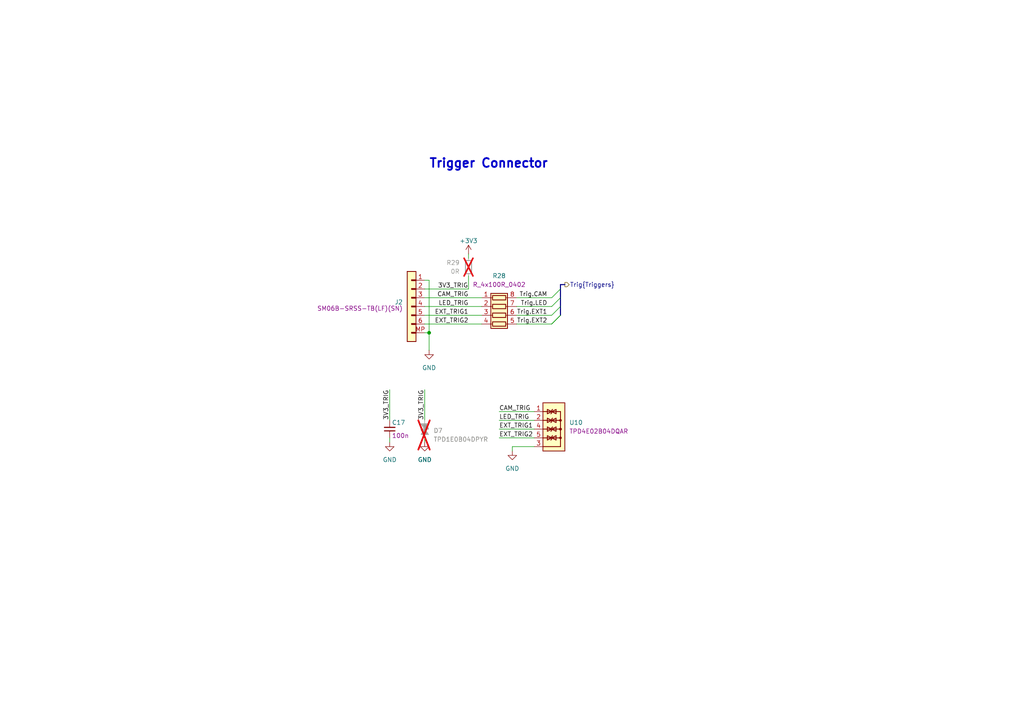
<source format=kicad_sch>
(kicad_sch (version 20250114) (generator "eeschema") (generator_version "9.0")
  (paper "A4")
  (title_block (title "LED Panel Board") (date "2025-01-31") (rev "1.0.0"))
  (lib_symbols
    (symbol "antmicroCapacitors0402:C_100n_0402" (pin_numbers (hide yes)) (pin_names (hide yes))
      (property "Reference" "C" (at 20.32 -5.08 0))
      (property "Val" "100n" (at 20.32 -7.62 0))
      (symbol "C_100n_0402_0_1"
        (polyline (pts (xy 2.032 -1.524) (xy 2.032 1.524)) (stroke (width 0.3048)))
        (polyline (pts (xy 3.048 -1.524) (xy 3.048 1.524)) (stroke (width 0.3302)))
      )
      (symbol "C_100n_0402_1_1"
        (pin passive line (at 0 0 0) (length 2.032) (name "~") (number "1"))
        (pin passive line (at 5.08 0 180) (length 2.032) (name "~") (number "2"))
      )
    )
    (symbol "antmicroResistorNetworksArrays:R_4x100R_0402_array" (pin_names (hide yes))
      (property "Reference" "R" (at 26.67 -2.54 0))
      (property "Val" "R_4x100R_0402" (at 26.67 -7.62 0))
      (symbol "R_4x100R_0402_array_0_1"
        (polyline (pts (xy 2.54 0) (xy 3.175 0)))
        (polyline (pts (xy 2.54 -2.54) (xy 3.175 -2.54)))
        (polyline (pts (xy 2.54 -5.08) (xy 3.175 -5.08)))
        (polyline (pts (xy 2.54 -7.62) (xy 3.175 -7.62)))
        (rectangle (start 2.667 1.27) (end 7.493 -8.89) (stroke (width 0.254)) (fill (type background)))
        (rectangle (start 6.985 0.635) (end 3.175 -0.635) (stroke (width 0.254)))
        (polyline (pts (xy 6.985 0) (xy 7.62 0)))
        (rectangle (start 6.985 -1.905) (end 3.175 -3.175) (stroke (width 0.254)))
        (polyline (pts (xy 6.985 -2.54) (xy 7.62 -2.54)))
        (rectangle (start 6.985 -4.445) (end 3.175 -5.715) (stroke (width 0.254)))
        (polyline (pts (xy 6.985 -5.08) (xy 7.62 -5.08)))
        (rectangle (start 6.985 -6.985) (end 3.175 -8.255) (stroke (width 0.254)))
        (polyline (pts (xy 6.985 -7.62) (xy 7.62 -7.62)))
      )
      (symbol "R_4x100R_0402_array_1_1"
        (pin passive line (at 0 0 0) (length 2.54) (name "R1.1") (number "1"))
        (pin passive line (at 0 -2.54 0) (length 2.54) (name "R2.1") (number "2"))
        (pin passive line (at 0 -5.08 0) (length 2.54) (name "R3.1") (number "3"))
        (pin passive line (at 0 -7.62 0) (length 2.54) (name "R4.1") (number "4"))
        (pin passive line (at 10.16 0 180) (length 2.54) (name "R1.2") (number "8"))
        (pin passive line (at 10.16 -2.54 180) (length 2.54) (name "R2.2") (number "7"))
        (pin passive line (at 10.16 -5.08 180) (length 2.54) (name "R3.2") (number "6"))
        (pin passive line (at 10.16 -7.62 180) (length 2.54) (name "R4.2") (number "5"))
      )
    )
    (symbol "antmicroResistors0402:R_0R_0402" (pin_numbers (hide yes)) (pin_names (hide yes))
      (property "Reference" "R" (at 20.32 -5.08 0))
      (property "Val" "0R" (at 20.32 -7.62 0))
      (symbol "R_0R_0402_0_1"
        (rectangle (start 0.635 0.889) (end 4.445 -0.889) (stroke (width 0.254)))
      )
      (symbol "R_0R_0402_1_1"
        (pin passive line (at 0 0 0) (length 0.635) (name "~") (number "1"))
        (pin passive line (at 5.08 0 180) (length 0.635) (name "~") (number "2"))
      )
    )
    (symbol "antmicroTVSDiodes:TPD1E0B04_XDFN-2" (pin_numbers (hide yes)) (pin_names (hide yes))
      (property "Reference" "D" (at 15.24 0 0))
      (property "MPN" "TPD1E0B04DPYR" (at 15.24 -2.54 0))
      (symbol "TPD1E0B04_XDFN-2_0_0"
        (text "" (at 7.62 -1.27 0) (effects (font (size 1.27 1.27))))
      )
      (symbol "TPD1E0B04_XDFN-2_0_1"
        (polyline (pts (xy 0.635 0) (xy 4.445 0)))
      )
      (symbol "TPD1E0B04_XDFN-2_1_1"
        (polyline (pts (xy 1.016 -1.016) (xy 1.016 1.016) (xy 2.54 0) (xy 1.016 -1.016)) (stroke (width 0.254)) (fill (type outline)))
        (polyline (pts (xy 2.54 1.016) (xy 2.159 1.016)) (stroke (width 0.254)))
        (polyline (pts (xy 2.54 1.016) (xy 2.54 -1.016)) (stroke (width 0.254)))
        (polyline (pts (xy 2.921 -1.016) (xy 2.54 -1.016)) (stroke (width 0.254)))
        (polyline (pts (xy 4.064 1.016) (xy 4.064 -1.016) (xy 2.54 0) (xy 4.064 1.016)) (stroke (width 0.254)) (fill (type outline)))
        (pin passive line (at 0 0 0) (length 0.635) (name "C") (number "1"))
        (pin passive line (at 5.08 0 180) (length 0.635) (name "A") (number "2"))
      )
    )
    (symbol "antmicroTVSDiodes:TPD4E02B04DQA"
      (property "Reference" "U" (at 12.7 0 0))
      (property "MPN" "TPD4E02B04DQAR" (at 12.7 -2.54 0))
      (symbol "TPD4E02B04DQA_1_1"
        (rectangle (start 2.54 2.54) (end 8.89 -11.43) (stroke (width 0.254)) (fill (type background)))
        (polyline (pts (xy 2.54 0) (xy 7.62 0)) (stroke (width 0.254)) (fill (type background)))
        (polyline (pts (xy 2.54 -2.54) (xy 7.62 -2.54)) (stroke (width 0.254)) (fill (type background)))
        (polyline (pts (xy 2.54 -5.08) (xy 7.62 -5.08)) (stroke (width 0.254)) (fill (type background)))
        (polyline (pts (xy 2.54 -7.62) (xy 7.62 -7.62)) (stroke (width 0.254)) (fill (type background)))
        (polyline (pts (xy 4.826 -0.635) (xy 5.08 -0.381) (xy 5.08 0.381) (xy 5.334 0.635)) (stroke (width 0.254)) (fill (type background)))
        (polyline (pts (xy 4.826 -3.175) (xy 5.08 -2.921) (xy 5.08 -2.159) (xy 5.334 -1.905)) (stroke (width 0.254)) (fill (type background)))
        (polyline (pts (xy 4.826 -5.715) (xy 5.08 -5.461) (xy 5.08 -4.699) (xy 5.334 -4.445)) (stroke (width 0.254)) (fill (type background)))
        (polyline (pts (xy 4.826 -8.255) (xy 5.08 -8.001) (xy 5.08 -7.239) (xy 5.334 -6.985)) (stroke (width 0.254)) (fill (type background)))
        (polyline (pts (xy 5.08 0) (xy 3.81 -0.635) (xy 3.81 0.635) (xy 5.08 0)) (stroke (width 0.254)) (fill (type background)))
        (polyline (pts (xy 5.08 0) (xy 6.35 -0.635) (xy 6.35 0.635) (xy 5.08 0)) (stroke (width 0.254)) (fill (type background)))
        (polyline (pts (xy 5.08 -2.54) (xy 3.81 -3.175) (xy 3.81 -1.905) (xy 5.08 -2.54)) (stroke (width 0.254)) (fill (type background)))
        (polyline (pts (xy 5.08 -2.54) (xy 6.35 -3.175) (xy 6.35 -1.905) (xy 5.08 -2.54)) (stroke (width 0.254)) (fill (type background)))
        (polyline (pts (xy 5.08 -5.08) (xy 3.81 -5.715) (xy 3.81 -4.445) (xy 5.08 -5.08)) (stroke (width 0.254)) (fill (type background)))
        (polyline (pts (xy 5.08 -5.08) (xy 6.35 -4.445) (xy 6.35 -5.715) (xy 5.08 -5.08)) (stroke (width 0.254)) (fill (type background)))
        (polyline (pts (xy 5.08 -7.62) (xy 3.81 -8.255) (xy 3.81 -6.985) (xy 5.08 -7.62)) (stroke (width 0.254)) (fill (type background)))
        (polyline (pts (xy 6.35 -6.985) (xy 6.35 -8.255) (xy 5.08 -7.62) (xy 6.35 -6.985)) (stroke (width 0.254)) (fill (type background)))
        (polyline (pts (xy 7.62 0) (xy 7.62 -10.16)) (stroke (width 0.254)) (fill (type background)))
        (circle (center 7.62 -2.54) (radius 0.254) (stroke (width 0.254)) (fill (type background)))
        (circle (center 7.62 -5.08) (radius 0.254) (stroke (width 0.254)) (fill (type background)))
        (circle (center 7.62 -5.08) (radius 0.254) (stroke (width 0.254)) (fill (type background)))
        (circle (center 7.62 -7.62) (radius 0.254) (stroke (width 0.254)) (fill (type background)))
        (polyline (pts (xy 7.62 -10.16) (xy 2.54 -10.16)) (stroke (width 0.254)) (fill (type background)))
        (pin passive line (at 0 0 0) (length 2.54) (name "~") (number "1"))
        (pin passive line (at 0 0 0) (length 2.54) (hide yes) (name "~") (number "10"))
        (pin passive line (at 0 -2.54 0) (length 2.54) (name "~") (number "2"))
        (pin passive line (at 0 -2.54 0) (length 2.54) (hide yes) (name "~") (number "9"))
        (pin passive line (at 0 -5.08 0) (length 2.54) (name "~") (number "4"))
        (pin passive line (at 0 -5.08 0) (length 2.54) (hide yes) (name "~") (number "7"))
        (pin passive line (at 0 -7.62 0) (length 2.54) (name "~") (number "5"))
        (pin passive line (at 0 -7.62 0) (length 2.54) (hide yes) (name "~") (number "6"))
        (pin power_in line (at 0 -10.16 0) (length 2.54) (name "~") (number "3"))
        (pin passive line (at 0 -10.16 0) (length 2.54) (hide yes) (name "~") (number "8"))
      )
    )
    (symbol "antmicroWire2BoardConnectors:JST_SH_1x6_SM06B-SRSS-TB-LF-SN"
      (property "Reference" "J" (at 26.67 -2.54 0))
      (property "MPN" "SM06B-SRSS-TB(LF)(SN)" (at 26.67 -5.08 0))
      (symbol "JST_SH_1x6_SM06B-SRSS-TB-LF-SN_1_1"
        (rectangle (start 2.54 2.54) (end 5.08 -17.78) (stroke (width 0.254)) (fill (type background)))
        (rectangle (start 2.54 0.127) (end 3.81 -0.127) (stroke (width 0.254)) (fill (type background)))
        (rectangle (start 2.54 -2.413) (end 3.81 -2.667) (stroke (width 0.254)) (fill (type background)))
        (rectangle (start 2.54 -4.953) (end 3.81 -5.207) (stroke (width 0.254)) (fill (type background)))
        (rectangle (start 2.54 -7.493) (end 3.81 -7.747) (stroke (width 0.254)) (fill (type background)))
        (rectangle (start 2.54 -10.033) (end 3.81 -10.287) (stroke (width 0.254)) (fill (type background)))
        (rectangle (start 2.54 -12.573) (end 3.81 -12.827) (stroke (width 0.254)) (fill (type background)))
        (rectangle (start 2.54 -15.113) (end 3.81 -15.367) (stroke (width 0.254)) (fill (type background)))
        (pin passive line (at 0 0 0) (length 2.54) (name "~") (number "1"))
        (pin passive line (at 0 -2.54 0) (length 2.54) (name "~") (number "2"))
        (pin passive line (at 0 -5.08 0) (length 2.54) (name "~") (number "3"))
        (pin passive line (at 0 -7.62 0) (length 2.54) (name "~") (number "4"))
        (pin passive line (at 0 -10.16 0) (length 2.54) (name "~") (number "5"))
        (pin passive line (at 0 -12.7 0) (length 2.54) (name "~") (number "6"))
        (pin passive line (at 0 -15.24 0) (length 2.54) (name "~") (number "MP"))
      )
    )
    (symbol "antmicropower:+3V3" (power) (pin_numbers (hide yes)) (pin_names (hide yes))
      (property "Value" "+3V3" (at -3.175 2.54 0))
      (symbol "+3V3_0_1"
        (polyline (pts (xy 0 2.54) (xy -0.762 1.27)))
        (polyline (pts (xy 0 2.54) (xy 0.762 1.27)))
        (polyline (pts (xy 0 0) (xy 0 2.54)))
      )
      (symbol "+3V3_1_1"
        (pin power_in line (at 0 0 90) (length 0) (hide yes) (name "+3V3") (number "1"))
      )
    )
    (symbol "antmicropower:GND" (power) (pin_numbers (hide yes)) (pin_names (hide yes))
      (property "Value" "GND" (at 8.89 -5.08 0))
      (symbol "GND_1_1"
        (polyline (pts (xy 0 0) (xy 0 -1.27) (xy 1.27 -1.27) (xy 0 -2.54) (xy -1.27 -1.27) (xy 0 -1.27)))
        (pin power_in line (at 0 0 270) (length 0) (name "GND") (number "1"))
      )
    )
  )
  (text "Trigger Connector" (at 141.732 47.498 0) (effects (font (size 2.54 2.54) (thickness 0.508) (bold yes))))
  (junction (at 124.46 96.52))
  (bus_entry (at 162.56 91.44) (size -2.54 2.54))
  (bus_entry (at 162.56 88.9) (size -2.54 2.54))
  (bus_entry (at 162.56 86.36) (size -2.54 2.54))
  (bus_entry (at 162.56 91.44) (size -2.54 2.54))
  (bus_entry (at 162.56 83.82) (size -2.54 2.54))
  (wire (pts (xy 113.03 113.03) (xy 113.03 121.92)))
  (bus (pts (xy 162.56 83.82) (xy 162.56 82.55)))
  (wire (pts (xy 160.02 93.98) (xy 149.86 93.98)))
  (wire (pts (xy 144.78 119.38) (xy 154.94 119.38)))
  (wire (pts (xy 123.19 81.28) (xy 124.46 81.28)))
  (wire (pts (xy 144.78 121.92) (xy 154.94 121.92)))
  (bus (pts (xy 162.56 82.55) (xy 163.83 82.55)))
  (wire (pts (xy 124.46 96.52) (xy 123.19 96.52)))
  (bus (pts (xy 162.56 88.9) (xy 162.56 86.36)))
  (wire (pts (xy 139.7 86.36) (xy 123.19 86.36)))
  (wire (pts (xy 160.02 88.9) (xy 149.86 88.9)))
  (wire (pts (xy 160.02 91.44) (xy 149.86 91.44)))
  (wire (pts (xy 160.02 86.36) (xy 149.86 86.36)))
  (bus (pts (xy 162.56 91.44) (xy 162.56 88.9)))
  (wire (pts (xy 154.94 129.54) (xy 148.59 129.54)))
  (wire (pts (xy 139.7 88.9) (xy 123.19 88.9)))
  (wire (pts (xy 113.03 127) (xy 113.03 128.27)))
  (wire (pts (xy 139.7 91.44) (xy 123.19 91.44)))
  (wire (pts (xy 124.46 96.52) (xy 124.46 101.6)))
  (wire (pts (xy 123.19 113.03) (xy 123.19 121.92)))
  (bus (pts (xy 162.56 86.36) (xy 162.56 83.82)))
  (wire (pts (xy 144.78 127) (xy 154.94 127)))
  (wire (pts (xy 135.89 80.01) (xy 135.89 83.82)))
  (wire (pts (xy 124.46 81.28) (xy 124.46 96.52)))
  (wire (pts (xy 123.19 128.27) (xy 123.19 127)))
  (wire (pts (xy 123.19 83.82) (xy 135.89 83.82)))
  (wire (pts (xy 139.7 93.98) (xy 123.19 93.98)))
  (wire (pts (xy 144.78 124.46) (xy 154.94 124.46)))
  (wire (pts (xy 135.89 74.93) (xy 135.89 73.66)))
  (wire (pts (xy 148.59 129.54) (xy 148.59 130.81)))
  (label "CAM_TRIG" (at 135.89 86.36 180))
  (label "LED_TRIG" (at 144.78 121.92 0))
  (label "3V3_TRIG" (at 127 83.82 0))
  (label "CAM_TRIG" (at 144.78 119.38 0))
  (label "Trig.EXT1" (at 158.75 91.44 180))
  (label "EXT_TRIG1" (at 144.78 124.46 0))
  (label "Trig.LED" (at 158.75 88.9 180))
  (label "EXT_TRIG1" (at 135.89 91.44 180))
  (label "LED_TRIG" (at 135.89 88.9 180))
  (label "3V3_TRIG" (at 123.19 113.03 270))
  (label "EXT_TRIG2" (at 144.78 127 0))
  (label "EXT_TRIG2" (at 135.89 93.98 180))
  (label "3V3_TRIG" (at 113.03 113.03 270))
  (label "Trig.EXT2" (at 158.75 93.98 180))
  (label "Trig.CAM" (at 158.75 86.36 180))
  (hierarchical_label "Trig{Triggers}" (shape output) (at 163.83 82.55 0))
  (symbol (lib_id "antmicropower:GND") (at 113.03 128.27 0) (unit 1)
    (property "Reference" "#PWR038" (effects (hide yes)))
    (property "Value" "GND" (at 113.03 133.35 0))
    (property "Author" "Antmicro" (effects (hide yes)))
    (property "License" "Apache-2.0" (effects (hide yes)))
    (instances (project "led-panel" (path "" (reference "#PWR039") (unit 1)) (path "" (reference "#PWR038") (unit 1))))
  )
  (symbol (lib_id "antmicropower:GND") (at 148.59 130.81 0) (unit 1)
    (property "Reference" "#PWR074" (effects (hide yes)))
    (property "Value" "GND" (at 148.59 135.89 0))
    (property "Author" "Antmicro" (effects (hide yes)))
    (property "License" "Apache-2.0" (effects (hide yes)))
    (instances (project "led-panel" (path "" (reference "#PWR0102") (unit 1)) (path "" (reference "#PWR074") (unit 1))))
  )
  (symbol (lib_id "antmicroWire2BoardConnectors:JST_SH_1x6_SM06B-SRSS-TB-LF-SN") (at 123.19 81.28 0) (mirror y) (unit 1)
    (property "Reference" "J1" (at 116.84 87.63 0) (effects (justify left)))
    (property "Value" "JST_SH_1x6_SM06B-SRSS-TB-LF-SN" (effects (hide yes)))
    (property "Footprint" "antmicro-footprints:Conn_JST_SH_1x6_SM06B-SRSS-TB-LF-SN" (effects (hide yes)))
    (property "Datasheet" "https://www.jst-mfg.com/product/pdf/eng/eSH.pdf" (effects (hide yes)))
    (property "Description" "Pin Header, Right Angle, Wire-to-Board, 1 mm, 1 Rows, 6 Contacts, Surface Mount Right Angle, SR" (effects (hide yes)))
    (property "MPN" "SM06B-SRSS-TB(LF)(SN)" (at 116.84 90.17 0) (effects (justify left bottom)))
    (property "Manufacturer" "JST Automotive Connectors" (effects (hide yes)))
    (property "Author" "Antmicro" (effects (hide yes)))
    (property "License" "Apache-2.0" (effects (hide yes)))
    (instances (project "led-panel" (path "" (reference "J2") (unit 1)) (path "" (reference "J1") (unit 1))))
  )
  (symbol (lib_id "antmicroTVSDiodes:TPD1E0B04_XDFN-2") (at 123.19 121.92 270) (unit 1) (in_bom no) (dnp yes)
    (property "Reference" "D5" (at 125.73 124.8966 90) (effects (justify left)))
    (property "Value" "TPD1E0B04_XDFN-2" (effects (hide yes)))
    (property "Footprint" "antmicro-footprints:XDFN-2_1x0.60mm" (effects (hide yes)))
    (property "Datasheet" "https://www.ti.com/general/docs/suppproductinfo.tsp?distId=26&gotoUrl=https://www.ti.com/lit/gpn/tpd1e0b04" (effects (hide yes)))
    (property "Description" "Bidirectional TVS, 8 kV,  XDFN-2, 3.6 V, 0.18 pF" (effects (hide yes)))
    (property "MPN" "TPD1E0B04DPYR" (at 125.73 127.4366 90) (effects (justify left)))
    (property "Manufacturer" "Texas Instruments" (effects (hide yes)))
    (property "Author" "Antmicro" (effects (hide yes)))
    (property "License" "Apache-2.0" (effects (hide yes)))
    (instances (project "led-panel" (path "" (reference "D7") (unit 1)) (path "" (reference "D5") (unit 1))))
  )
  (symbol (lib_id "antmicropower:GND") (at 123.19 128.27 0) (unit 1)
    (property "Reference" "#PWR076" (effects (hide yes)))
    (property "Value" "GND" (at 123.19 133.35 0))
    (property "Author" "Antmicro" (effects (hide yes)))
    (property "License" "Apache-2.0" (effects (hide yes)))
    (instances (project "led-panel" (path "" (reference "#PWR0104") (unit 1)) (path "" (reference "#PWR076") (unit 1))))
  )
  (symbol (lib_id "antmicroCapacitors0402:C_100n_0402") (at 113.03 127 90) (unit 1)
    (property "Reference" "C16" (at 113.665 122.555 90) (effects (justify right)))
    (property "Value" "C_100n_0402" (effects (hide yes)))
    (property "Footprint" "antmicro-footprints:C_0402_1005Metric" (effects (hide yes)))
    (property "Datasheet" "https://www.murata.com/products/productdetail?partno=GRM155R61H104KE14%23" (effects (hide yes)))
    (property "Description" "SMD Multilayer Ceramic Capacitor, 0.1 µF, 50 V, 0402 [1005 Metric], ± 10%, X5R, GRM Series" (effects (hide yes)))
    (property "MPN" "GRM155R61H104KE14D" (effects (hide yes)))
    (property "Val" "100n" (at 113.665 126.365 90) (effects (justify right)))
    (property "Voltage" "50V" (effects (hide yes)))
    (property "Dielectric" "X5R" (effects (hide yes)))
    (property "Manufacturer" "Murata" (effects (hide yes)))
    (property "License" "Apache-2.0" (effects (hide yes)))
    (property "Author" "Antmicro" (effects (hide yes)))
    (instances (project "led-panel" (path "" (reference "C17") (unit 1)) (path "" (reference "C16") (unit 1))))
  )
  (symbol (lib_id "antmicroResistors0402:R_0R_0402") (at 135.89 80.01 270) (mirror x) (unit 1) (in_bom no) (dnp yes)
    (property "Reference" "R20" (at 133.35 76.2 90) (effects (justify right)))
    (property "Value" "R_0R_0402" (effects (hide yes)))
    (property "Footprint" "antmicro-footprints:R_0402_1005Metric" (effects (hide yes)))
    (property "Datasheet" "https://industrial.panasonic.com/cdbs/www-data/pdf/RDA0000/AOA0000C301.pdf" (effects (hide yes)))
    (property "Description" "SMD Chip Resistor, Jumper, 0 ohm, 100 mW, 0402 [1005 Metric], Thick Film, General Purpose" (effects (hide yes)))
    (property "MPN" "ERJ2GE0R00X" (effects (hide yes)))
    (property "Manufacturer" "Panasonic" (effects (hide yes)))
    (property "License" "Apache-2.0" (effects (hide yes)))
    (property "Author" "Antmicro" (effects (hide yes)))
    (property "Val" "0R" (at 133.35 78.74 90) (effects (justify right)))
    (property "Current" "1A" (effects (hide yes)))
    (instances (project "led-panel" (path "" (reference "R29") (unit 1)) (path "" (reference "R20") (unit 1))))
  )
  (symbol (lib_id "antmicroTVSDiodes:TPD4E02B04DQA") (at 154.94 119.38 0) (unit 1)
    (property "Reference" "U7" (at 165.1 122.555 0) (effects (justify left)))
    (property "Value" "TPD4E02B04DQA" (effects (hide yes)))
    (property "Footprint" "antmicro-footprints:USON-10_2.5x1mm_P0.5mm" (effects (hide yes)))
    (property "Datasheet" "http://www.ti.com/lit/ds/symlink/tpd4e02b04.pdf" (effects (hide yes)))
    (property "Description" "TVS diode array, 12 kV, USON-10, 3.6 V, 0.33 pF" (effects (hide yes)))
    (property "MPN" "TPD4E02B04DQAR" (at 165.1 125.095 0) (effects (justify left)))
    (property "Manufacturer" "Texas Instruments" (effects (hide yes)))
    (property "Author" "Antmicro" (effects (hide yes)))
    (property "License" "Apache-2.0" (effects (hide yes)))
    (instances (project "led-panel" (path "" (reference "U10") (unit 1)) (path "" (reference "U7") (unit 1))))
  )
  (symbol (lib_id "antmicropower:+3V3") (at 135.89 73.66 0) (mirror y) (unit 1)
    (property "Reference" "#PWR077" (effects (hide yes)))
    (property "Value" "+3V3" (at 135.89 69.85 0))
    (property "Author" "Antmicro" (effects (hide yes)))
    (property "License" "Apache-2.0" (effects (hide yes)))
    (instances (project "led-panel" (path "" (reference "#PWR0105") (unit 1)) (path "" (reference "#PWR077") (unit 1))))
  )
  (symbol (lib_id "antmicroResistorNetworksArrays:R_4x100R_0402_array") (at 139.7 86.36 0) (unit 1)
    (property "Reference" "R19" (at 144.78 80.01 0))
    (property "Value" "R_4x100R_0402_array" (effects (hide yes)))
    (property "Footprint" "antmicro-footprints:R_Array_4x0402_Panasonic_EXB28V" (effects (hide yes)))
    (property "Datasheet" "http://industrial.panasonic.com/cdbs/www-data/pdf/AOC0000/AOC0000C14.pdf" (effects (hide yes)))
    (property "Description" "Fixed Network Resistor, 100 ohm, Isolated, 4 Resistors, 0804 [2010 Metric], Convex, ± 5%" (effects (hide yes)))
    (property "MPN" "EXB-28V101JX" (effects (hide yes)))
    (property "Manufacturer" "Panasonic" (effects (hide yes)))
    (property "Author" "Antmicro" (effects (hide yes)))
    (property "License" "Apache-2.0" (effects (hide yes)))
    (property "Val" "R_4x100R_0402" (at 144.78 82.55 0))
    (instances (project "led-panel" (path "" (reference "R28") (unit 1)) (path "" (reference "R19") (unit 1))))
  )
  (symbol (lib_id "antmicropower:GND") (at 124.46 101.6 0) (mirror y) (unit 1)
    (property "Reference" "#PWR078" (effects (hide yes)))
    (property "Value" "GND" (at 124.46 106.68 0))
    (property "Author" "Antmicro" (effects (hide yes)))
    (property "License" "Apache-2.0" (effects (hide yes)))
    (instances (project "led-panel" (path "" (reference "#PWR0106") (unit 1)) (path "" (reference "#PWR078") (unit 1))))
  )
)
</source>
